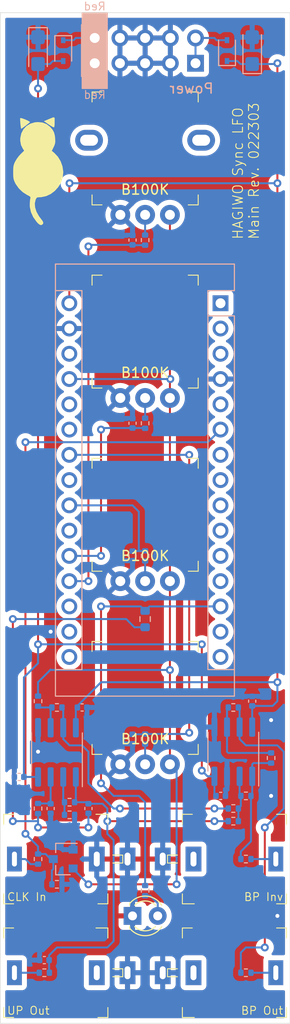
<source format=kicad_pcb>
(kicad_pcb (version 20211014) (generator pcbnew)
  (layers (0 "F.Cu" signal) (31 "B.Cu" signal) (34 "B.Paste" user) (35 "F.Paste" user) (36 "B.SilkS" user "B.Silkscreen") (37 "F.SilkS" user "F.Silkscreen") (38 "B.Mask" user) (39 "F.Mask" user) (44 "Edge.Cuts" user))
  (net 0 "")
  (net 1 "+12V")
  (net 2 "GND")
  (net 3 "D10")
  (net 4 "+5V")
  (net 5 "A5")
  (net 6 "A3")
  (net 7 "D3")
  (net 8 "A1")
  (net 9 "A0")
  (net 10 "Net-(C5-Pad2)")
  (net 11 "Out")
  (net 12 "Net-(C6-Pad2)")
  (net 13 "-12V")
  (net 14 "Net-(D2-Pad2)")
  (net 15 "Net-(D3-Pad2)")
  (net 16 "Net-(D4-Pad1)")
  (net 17 "Net-(J1-PadT)")
  (net 18 "Net-(J2-PadT)")
  (net 19 "Net-(J3-PadT)")
  (net 20 "Net-(J4-PadT)")
  (net 21 "Net-(P1-PadW)")
  (net 22 "Net-(P2-PadW)")
  (net 23 "Net-(P3-PadW)")
  (net 24 "Net-(P4-PadW)")
  (net 25 "Net-(R11-Pad2)")
  (net 26 "Net-(R13-Pad1)")
  (net 27 "Net-(R14-Pad1)")
  (net 28 "-5VA")
  (net 29 "Net-(R17-Pad2)")
  (net 30 "Net-(R19-Pad2)")
  (net 31 "Net-(R19-Pad1)")
  (footprint "LED_THT:LED_D3.0mm" (layer "F.Cu") (at 13.335 90.805)
    (fp_text reference "D2" hide)
    (fp_text value "LED" hide)
    (pad "1" thru_hole rect locked (at 0 0) (size 1.8 1.8) (drill 0.9) (layers *.Cu *.Mask) (net 2 "GND"))
    (pad "2" thru_hole circle locked (at 2.54 0) (size 1.8 1.8) (drill 0.9) (layers *.Cu *.Mask) (net 14 "Net-(D2-Pad2)"))
  )
  (footprint "Connector_Audio_QingPu:Jack_3.5mm_QingPu_WQP-PJ301M-12" (layer "F.Cu") (at 22.86 85.09 -90)
    (fp_text reference "J3" hide)
    (fp_text value "BP Inv" (at 3.81 -5.715 180) (layer "F.SilkS") (effects (font (size 0.8 0.8) (thickness 0.1)) (justify right)))
    (pad "S" thru_hole rect (at 0 6.48 270) (size 2.3 1.6) (drill oval 1.3 0.6) (layers *.Cu *.Mask) (net 2 "GND"))
    (pad "T" thru_hole rect (at 0 -4.92 270) (size 2.5 1.5) (drill oval 1.5 0.5) (layers *.Cu *.Mask) (net 19 "Net-(J3-PadT)"))
    (pad "TN" thru_hole rect (at 0 3.38 270) (size 2.5 1.6) (drill oval 1.5 0.6) (layers *.Cu *.Mask))
  )
  (footprint "Connector_Audio_QingPu:Jack_3.5mm_QingPu_WQP-PJ301M-12" (layer "F.Cu") (at 22.86 96.52 -90)
    (fp_text reference "J4" hide)
    (fp_text value "BP Out" (at 3.81 -5.715 180) (layer "F.SilkS") (effects (font (size 0.8 0.8) (thickness 0.1)) (justify right)))
    (pad "S" thru_hole rect (at 0 6.48 270) (size 2.3 1.6) (drill oval 1.3 0.6) (layers *.Cu *.Mask) (net 2 "GND"))
    (pad "T" thru_hole rect (at 0 -4.92 270) (size 2.5 1.5) (drill oval 1.5 0.5) (layers *.Cu *.Mask) (net 20 "Net-(J4-PadT)"))
    (pad "TN" thru_hole rect (at 0 3.38 270) (size 2.5 1.6) (drill oval 1.5 0.6) (layers *.Cu *.Mask))
  )
  (footprint "Potentiometer_THT_Additional:Potentiometer_AlpsAlpine_RK09L1140_wo_Fix" (layer "F.Cu") (at 14.605 57.15)
    (fp_text reference "P1" hide)
    (fp_text value "B100K" (at 0 -2.54) (layer "F.SilkS"))
    (pad "CCW" thru_hole circle (at -2.5 0) (size 2 2) (drill 1) (layers *.Cu *.Mask) (net 2 "GND"))
    (pad "CW" thru_hole circle (at 2.5 0) (size 2 2) (drill 1) (layers *.Cu *.Mask) (net 4 "+5V"))
    (pad "W" thru_hole circle (at 0 0) (size 2 2) (drill 1) (layers *.Cu *.Mask) (net 21 "Net-(P1-PadW)"))
  )
  (footprint "Potentiometer_THT_Additional:Potentiometer_AlpsAlpine_RK09L1140" (layer "F.Cu") (at 14.605 20.32)
    (fp_text reference "P2" hide)
    (fp_text value "B100K" (at 0 -2.54) (layer "F.SilkS"))
    (pad "" np_thru_hole oval (at 5.65 -7.5) (size 2.8 2.1) (drill oval 1.8 1.1) (layers *.Cu *.Mask))
    (pad "" np_thru_hole oval (at -5.65 -7.5) (size 2.8 2.1) (drill oval 1.8 1.1) (layers *.Cu *.Mask))
    (pad "CCW" thru_hole circle (at -2.5 0) (size 2 2) (drill 1) (layers *.Cu *.Mask) (net 2 "GND"))
    (pad "CW" thru_hole circle (at 2.5 0) (size 2 2) (drill 1) (layers *.Cu *.Mask) (net 4 "+5V"))
    (pad "W" thru_hole circle (at 0 0) (size 2 2) (drill 1) (layers *.Cu *.Mask) (net 22 "Net-(P2-PadW)"))
  )
  (footprint "Potentiometer_THT_Additional:Potentiometer_AlpsAlpine_RK09L1140_wo_Fix" (layer "F.Cu") (at 14.605 38.735)
    (fp_text reference "P3" hide)
    (fp_text value "B100K" (at 0 -2.54) (layer "F.SilkS"))
    (pad "CCW" thru_hole circle (at -2.5 0) (size 2 2) (drill 1) (layers *.Cu *.Mask) (net 2 "GND"))
    (pad "CW" thru_hole circle (at 2.5 0) (size 2 2) (drill 1) (layers *.Cu *.Mask) (net 4 "+5V"))
    (pad "W" thru_hole circle (at 0 0) (size 2 2) (drill 1) (layers *.Cu *.Mask) (net 23 "Net-(P3-PadW)"))
  )
  (footprint "Potentiometer_THT_Additional:Potentiometer_AlpsAlpine_RK09L1140_wo_Fix" (layer "F.Cu") (at 14.605 75.565)
    (fp_text reference "P4" hide)
    (fp_text value "B100K" (at 0 -2.54) (layer "F.SilkS"))
    (pad "CCW" thru_hole circle (at -2.5 0) (size 2 2) (drill 1) (layers *.Cu *.Mask) (net 2 "GND"))
    (pad "CW" thru_hole circle (at 2.5 0) (size 2 2) (drill 1) (layers *.Cu *.Mask) (net 4 "+5V"))
    (pad "W" thru_hole circle (at 0 0) (size 2 2) (drill 1) (layers *.Cu *.Mask) (net 24 "Net-(P4-PadW)"))
  )
  (footprint "Connector_Audio_QingPu:Jack_3.5mm_QingPu_WQP-PJ301M-12" (layer "F.Cu") (at 6.35 85.09 90)
    (fp_text reference "J2" hide)
    (fp_text value "CLK In" (at -3.81 -5.715 180) (layer "F.SilkS") (effects (font (size 0.8 0.8) (thickness 0.1)) (justify left)))
    (pad "S" thru_hole rect (at 0 6.48 90) (size 2.3 1.6) (drill oval 1.3 0.6) (layers *.Cu *.Mask) (net 2 "GND"))
    (pad "T" thru_hole rect (at 0 -4.92 90) (size 2.5 1.5) (drill oval 1.5 0.5) (layers *.Cu *.Mask) (net 18 "Net-(J2-PadT)"))
    (pad "TN" thru_hole rect (at 0 3.38 90) (size 2.5 1.6) (drill oval 1.5 0.6) (layers *.Cu *.Mask) (net 2 "GND"))
  )
  (footprint "Connector_Audio_QingPu:Jack_3.5mm_QingPu_WQP-PJ301M-12" (layer "F.Cu") (at 6.35 96.52 90)
    (fp_text reference "J1" hide)
    (fp_text value "UP Out" (at -3.81 -5.715 180) (layer "F.SilkS") (effects (font (size 0.8 0.8) (thickness 0.1)) (justify left)))
    (pad "S" thru_hole rect (at 0 6.48 90) (size 2.3 1.6) (drill oval 1.3 0.6) (layers *.Cu *.Mask) (net 2 "GND"))
    (pad "T" thru_hole rect (at 0 -4.92 90) (size 2.5 1.5) (drill oval 1.5 0.5) (layers *.Cu *.Mask) (net 17 "Net-(J1-PadT)"))
    (pad "TN" thru_hole rect (at 0 3.38 90) (size 2.5 1.6) (drill oval 1.5 0.6) (layers *.Cu *.Mask))
  )
  (footprint "CATs_Eurosynth_Specials:CATs Tiny" (layer "F.Cu") (at 3.81 15.875)
    (fp_text reference "G***" hide)
    (fp_text value "LOGO" hide)
  )
  (footprint "Module:Arduino_Nano" (layer "B.Cu") (at 22.205 29.21 180)
    (fp_text reference "A1" hide)
    (fp_text value "Arduino_Nano_v3.x" hide)
    (pad "1" thru_hole rect locked (at 0 0 180) (size 1.6 1.6) (drill 1) (layers *.Cu *.Mask))
    (pad "2" thru_hole oval locked (at 0 -2.54 180) (size 1.6 1.6) (drill 1) (layers *.Cu *.Mask))
    (pad "3" thru_hole oval locked (at 0 -5.08 180) (size 1.6 1.6) (drill 1) (layers *.Cu *.Mask))
    (pad "4" thru_hole oval locked (at 0 -7.62 180) (size 1.6 1.6) (drill 1) (layers *.Cu *.Mask) (net 2 "GND"))
    (pad "5" thru_hole oval locked (at 0 -10.16 180) (size 1.6 1.6) (drill 1) (layers *.Cu *.Mask))
    (pad "6" thru_hole oval locked (at 0 -12.7 180) (size 1.6 1.6) (drill 1) (layers *.Cu *.Mask) (net 7 "D3"))
    (pad "7" thru_hole oval locked (at 0 -15.24 180) (size 1.6 1.6) (drill 1) (layers *.Cu *.Mask))
    (pad "8" thru_hole oval locked (at 0 -17.78 180) (size 1.6 1.6) (drill 1) (layers *.Cu *.Mask))
    (pad "9" thru_hole oval locked (at 0 -20.32 180) (size 1.6 1.6) (drill 1) (layers *.Cu *.Mask))
    (pad "10" thru_hole oval locked (at 0 -22.86 180) (size 1.6 1.6) (drill 1) (layers *.Cu *.Mask))
    (pad "11" thru_hole oval locked (at 0 -25.4 180) (size 1.6 1.6) (drill 1) (layers *.Cu *.Mask))
    (pad "12" thru_hole oval locked (at 0 -27.94 180) (size 1.6 1.6) (drill 1) (layers *.Cu *.Mask))
    (pad "13" thru_hole oval locked (at 0 -30.48 180) (size 1.6 1.6) (drill 1) (layers *.Cu *.Mask) (net 3 "D10"))
    (pad "14" thru_hole oval locked (at 0 -33.02 180) (size 1.6 1.6) (drill 1) (layers *.Cu *.Mask))
    (pad "15" thru_hole oval locked (at 0 -35.56 180) (size 1.6 1.6) (drill 1) (layers *.Cu *.Mask))
    (pad "16" thru_hole oval locked (at 15.24 -35.56 180) (size 1.6 1.6) (drill 1) (layers *.Cu *.Mask))
    (pad "17" thru_hole oval locked (at 15.24 -33.02 180) (size 1.6 1.6) (drill 1) (layers *.Cu *.Mask))
    (pad "18" thru_hole oval locked (at 15.24 -30.48 180) (size 1.6 1.6) (drill 1) (layers *.Cu *.Mask))
    (pad "19" thru_hole oval locked (at 15.24 -27.94 180) (size 1.6 1.6) (drill 1) (layers *.Cu *.Mask) (net 9 "A0"))
    (pad "20" thru_hole oval locked (at 15.24 -25.4 180) (size 1.6 1.6) (drill 1) (layers *.Cu *.Mask) (net 8 "A1"))
    (pad "21" thru_hole oval locked (at 15.24 -22.86 180) (size 1.6 1.6) (drill 1) (layers *.Cu *.Mask))
    (pad "22" thru_hole oval locked (at 15.24 -20.32 180) (size 1.6 1.6) (drill 1) (layers *.Cu *.Mask) (net 6 "A3"))
    (pad "23" thru_hole oval locked (at 15.24 -17.78 180) (size 1.6 1.6) (drill 1) (layers *.Cu *.Mask))
    (pad "24" thru_hole oval locked (at 15.24 -15.24 180) (size 1.6 1.6) (drill 1) (layers *.Cu *.Mask) (net 5 "A5"))
    (pad "25" thru_hole oval locked (at 15.24 -12.7 180) (size 1.6 1.6) (drill 1) (layers *.Cu *.Mask))
    (pad "26" thru_hole oval locked (at 15.24 -10.16 180) (size 1.6 1.6) (drill 1) (layers *.Cu *.Mask))
    (pad "27" thru_hole oval locked (at 15.24 -7.62 180) (size 1.6 1.6) (drill 1) (layers *.Cu *.Mask) (net 4 "+5V"))
    (pad "28" thru_hole oval locked (at 15.24 -5.08 180) (size 1.6 1.6) (drill 1) (layers *.Cu *.Mask))
    (pad "29" thru_hole oval locked (at 15.24 -2.54 180) (size 1.6 1.6) (drill 1) (layers *.Cu *.Mask) (net 2 "GND"))
    (pad "30" thru_hole oval locked (at 15.24 0 180) (size 1.6 1.6) (drill 1) (layers *.Cu *.Mask) (net 1 "+12V"))
  )
  (footprint "Capacitor_SMD:C_0402_1005Metric" (layer "B.Cu") (at 13.335 54.61 -90)
    (fp_text reference "C1" hide)
    (fp_text value "220p" hide)
    (pad "1" smd roundrect locked (at -0.48 0 270) (size 0.56 0.62) (layers "B.Cu" "B.Paste" "B.Mask") (net 6 "A3"))
    (pad "2" smd roundrect locked (at 0.48 0 270) (size 0.56 0.62) (layers "B.Cu" "B.Paste" "B.Mask") (net 2 "GND"))
  )
  (footprint "Capacitor_SMD:C_0402_1005Metric" (layer "B.Cu") (at 13.335 22.86 90)
    (fp_text reference "C2" hide)
    (fp_text value "220p" hide)
    (pad "1" smd roundrect locked (at -0.48 0 90) (size 0.56 0.62) (layers "B.Cu" "B.Paste" "B.Mask") (net 9 "A0"))
    (pad "2" smd roundrect locked (at 0.48 0 90) (size 0.56 0.62) (layers "B.Cu" "B.Paste" "B.Mask") (net 2 "GND"))
  )
  (footprint "Capacitor_SMD:C_0402_1005Metric" (layer "B.Cu") (at 13.335 41.275 90)
    (fp_text reference "C3" hide)
    (fp_text value "220p" hide)
    (pad "1" smd roundrect locked (at -0.48 0 90) (size 0.56 0.62) (layers "B.Cu" "B.Paste" "B.Mask") (net 8 "A1"))
    (pad "2" smd roundrect locked (at 0.48 0 90) (size 0.56 0.62) (layers "B.Cu" "B.Paste" "B.Mask") (net 2 "GND"))
  )
  (footprint "Capacitor_SMD:C_0402_1005Metric" (layer "B.Cu") (at 13.335 73.025 -90)
    (fp_text reference "C4" hide)
    (fp_text value "220p" hide)
    (pad "1" smd roundrect locked (at -0.48 0 270) (size 0.56 0.62) (layers "B.Cu" "B.Paste" "B.Mask") (net 5 "A5"))
    (pad "2" smd roundrect locked (at 0.48 0 270) (size 0.56 0.62) (layers "B.Cu" "B.Paste" "B.Mask") (net 2 "GND"))
  )
  (footprint "Capacitor_SMD:C_0402_1005Metric" (layer "B.Cu") (at 8.89 80.01 -90)
    (fp_text reference "C5" hide)
    (fp_text value "6.8n" hide)
    (pad "1" smd roundrect locked (at -0.48 0 270) (size 0.56 0.62) (layers "B.Cu" "B.Paste" "B.Mask") (net 11 "Out"))
    (pad "2" smd roundrect locked (at 0.48 0 270) (size 0.56 0.62) (layers "B.Cu" "B.Paste" "B.Mask") (net 10 "Net-(C5-Pad2)"))
  )
  (footprint "Capacitor_SMD:C_0402_1005Metric" (layer "B.Cu") (at 5.08 80.01 90)
    (fp_text reference "C6" hide)
    (fp_text value "10n" hide)
    (pad "1" smd roundrect locked (at -0.48 0 90) (size 0.56 0.62) (layers "B.Cu" "B.Paste" "B.Mask") (net 2 "GND"))
    (pad "2" smd roundrect locked (at 0.48 0 90) (size 0.56 0.62) (layers "B.Cu" "B.Paste" "B.Mask") (net 12 "Net-(C6-Pad2)"))
  )
  (footprint "Capacitor_SMD:C_0402_1005Metric" (layer "B.Cu") (at 4.445 95.25)
    (fp_text reference "C7" hide)
    (fp_text value "100n" hide)
    (pad "1" smd roundrect locked (at -0.48 0) (size 0.56 0.62) (layers "B.Cu" "B.Paste" "B.Mask") (net 2 "GND"))
    (pad "2" smd roundrect locked (at 0.48 0) (size 0.56 0.62) (layers "B.Cu" "B.Paste" "B.Mask") (net 11 "Out"))
  )
  (footprint "Capacitor_Tantalum_SMD:CP_EIA-3216-18_Kemet-A" (layer "B.Cu") (at 25.4 3.81 90)
    (fp_text reference "C8" hide)
    (fp_text value "10u" hide)
    (pad "1" smd roundrect locked (at -1.35 0 90) (size 1.4 1.35) (layers "B.Cu" "B.Paste" "B.Mask") (roundrect_rratio 0.1851844444) (net 1 "+12V"))
    (pad "2" smd roundrect locked (at 1.35 0 90) (size 1.4 1.35) (layers "B.Cu" "B.Paste" "B.Mask") (roundrect_rratio 0.1851844444) (net 2 "GND"))
  )
  (footprint "Capacitor_SMD:C_0402_1005Metric" (layer "B.Cu") (at 25.4 69.215 -90)
    (fp_text reference "C9" hide)
    (fp_text value "100n" hide)
    (pad "1" smd roundrect locked (at -0.48 0 270) (size 0.56 0.62) (layers "B.Cu" "B.Paste" "B.Mask") (net 2 "GND"))
    (pad "2" smd roundrect locked (at 0.48 0 270) (size 0.56 0.62) (layers "B.Cu" "B.Paste" "B.Mask") (net 1 "+12V"))
  )
  (footprint "Capacitor_SMD:C_0402_1005Metric" (layer "B.Cu") (at 8.255 69.85 180)
    (fp_text reference "C10" hide)
    (fp_text value "100n" hide)
    (pad "1" smd roundrect locked (at -0.48 0 180) (size 0.56 0.62) (layers "B.Cu" "B.Paste" "B.Mask") (net 2 "GND"))
    (pad "2" smd roundrect locked (at 0.48 0 180) (size 0.56 0.62) (layers "B.Cu" "B.Paste" "B.Mask") (net 1 "+12V"))
  )
  (footprint "Capacitor_Tantalum_SMD:CP_EIA-3216-18_Kemet-A" (layer "B.Cu") (at 3.81 3.81 -90)
    (fp_text reference "C11" hide)
    (fp_text value "10u" hide)
    (pad "1" smd roundrect locked (at -1.35 0 270) (size 1.4 1.35) (layers "B.Cu" "B.Paste" "B.Mask") (roundrect_rratio 0.1851844444) (net 2 "GND"))
    (pad "2" smd roundrect locked (at 1.35 0 270) (size 1.4 1.35) (layers "B.Cu" "B.Paste" "B.Mask") (roundrect_rratio 0.1851844444) (net 13 "-12V"))
  )
  (footprint "Capacitor_SMD:C_0402_1005Metric" (layer "B.Cu") (at 1.905 76.835 180)
    (fp_text reference "C12" hide)
    (fp_text value "100n" hide)
    (pad "1" smd roundrect locked (at -0.48 0 180) (size 0.56 0.62) (layers "B.Cu" "B.Paste" "B.Mask") (net 13 "-12V"))
    (pad "2" smd roundrect locked (at 0.48 0 180) (size 0.56 0.62) (layers "B.Cu" "B.Paste" "B.Mask") (net 2 "GND"))
  )
  (footprint "Capacitor_SMD:C_0402_1005Metric" (layer "B.Cu") (at 22.225 78.74)
    (fp_text reference "C13" hide)
    (fp_text value "100n" hide)
    (pad "1" smd roundrect locked (at -0.48 0) (size 0.56 0.62) (layers "B.Cu" "B.Paste" "B.Mask") (net 13 "-12V"))
    (pad "2" smd roundrect locked (at 0.48 0) (size 0.56 0.62) (layers "B.Cu" "B.Paste" "B.Mask") (net 2 "GND"))
  )
  (footprint "Package_TO_SOT_SMD:SOT-23" (layer "B.Cu") (at 6.35 85.09 180)
    (fp_text reference "D1" hide)
    (fp_text value "BAV99,215" hide)
    (pad "1" smd rect locked (at -1 0.95 180) (size 0.9 0.8) (layers "B.Cu" "B.Paste" "B.Mask") (net 2 "GND"))
    (pad "2" smd rect locked (at -1 -0.95 180) (size 0.9 0.8) (layers "B.Cu" "B.Paste" "B.Mask") (net 4 "+5V"))
    (pad "3" smd rect locked (at 1 0 180) (size 0.9 0.8) (layers "B.Cu" "B.Paste" "B.Mask") (net 7 "D3"))
  )
  (footprint "Diode_SMD:D_SOD-323" (layer "B.Cu") (at 22.86 3.81 90)
    (fp_text reference "D3" hide)
    (fp_text value "1N5819" hide)
    (pad "1" smd rect locked (at -1.05 0 90) (size 0.6 0.45) (layers "B.Cu" "B.Paste" "B.Mask") (net 1 "+12V"))
    (pad "2" smd rect locked (at 1.05 0 90) (size 0.6 0.45) (layers "B.Cu" "B.Paste" "B.Mask") (net 15 "Net-(D3-Pad2)"))
  )
  (footprint "Diode_SMD:D_SOD-323" (layer "B.Cu") (at 6.35 3.81 -90)
    (fp_text reference "D4" hide)
    (fp_text value "1N5819" hide)
    (pad "1" smd rect locked (at -1.05 0 270) (size 0.6 0.45) (layers "B.Cu" "B.Paste" "B.Mask") (net 16 "Net-(D4-Pad1)"))
    (pad "2" smd rect locked (at 1.05 0 270) (size 0.6 0.45) (layers "B.Cu" "B.Paste" "B.Mask") (net 13 "-12V"))
  )
  (footprint "CATs_Eurosynth_Specials:Power_2x5_Vertical" (layer "B.Cu") (at 19.685 5.08 90)
    (fp_text reference "J5" hide)
    (fp_text value "Power" (at -2.54 1.905 180) (layer "B.SilkS") (effects (justify left mirror)))
    (fp_text user "Red" (at -3.175 -10.16 180) (layer "B.SilkS") (effects (font (size 0.8 0.8) (thickness 0.1)) (justify mirror)))
    (fp_text user "Red" (at 5.715 -10.16 180) (layer "B.SilkS") (effects (font (size 0.8 0.8) (thickness 0.1)) (justify mirror)))
    (pad "+12V" thru_hole oval locked (at 2.54 0 90) (size 1.7 1.7) (drill 1) (layers *.Cu *.Mask) (net 15 "Net-(D3-Pad2)"))
    (pad "+12V" thru_hole rect locked (at 0 0 90) (size 1.7 1.7) (drill 1) (layers *.Cu *.Mask) (net 15 "Net-(D3-Pad2)"))
    (pad "-12V" thru_hole oval locked (at 0 -10.16 90) (size 1.7 1.7) (drill 1) (layers *.Cu *.Mask) (net 16 "Net-(D4-Pad1)"))
    (pad "-12V" thru_hole oval locked (at 2.54 -10.16 90) (size 1.7 1.7) (drill 1) (layers *.Cu *.Mask) (net 16 "Net-(D4-Pad1)"))
    (pad "GND" thru_hole oval locked (at 0 -7.62 90) (size 1.7 1.7) (drill 1) (layers *.Cu *.Mask) (net 2 "GND"))
    (pad "GND" thru_hole oval locked (at 0 -5.08 90) (size 1.7 1.7) (drill 1) (layers *.Cu *.Mask) (net 2 "GND"))
    (pad "GND" thru_hole oval locked (at 2.54 -7.62 90) (size 1.7 1.7) (drill 1) (layers *.Cu *.Mask) (net 2 "GND"))
    (pad "GND" thru_hole oval locked (at 0 -2.54 90) (size 1.7 1.7) (drill 1) (layers *.Cu *.Mask) (net 2 "GND"))
    (pad "GND" thru_hole oval locked (at 2.54 -2.54 90) (size 1.7 1.7) (drill 1) (layers *.Cu *.Mask) (net 2 "GND"))
    (pad "GND" thru_hole oval locked (at 2.54 -5.08 90) (size 1.7 1.7) (drill 1) (layers *.Cu *.Mask) (net 2 "GND"))
  )
  (footprint "Resistor_SMD:R_0402_1005Metric" (layer "B.Cu") (at 14.605 22.86 90)
    (fp_text reference "R2" hide)
    (fp_text value "470R" hide)
    (pad "1" smd roundrect locked (at -0.51 0 90) (size 0.54 0.64) (layers "B.Cu" "B.Paste" "B.Mask") (net 9 "A0"))
    (pad "2" smd roundrect locked (at 0.51 0 90) (size 0.54 0.64) (layers "B.Cu" "B.Paste" "B.Mask") (net 22 "Net-(P2-PadW)"))
  )
  (footprint "Resistor_SMD:R_0402_1005Metric" (layer "B.Cu") (at 14.605 41.275 90)
    (fp_text reference "R3" hide)
    (fp_text value "470R" hide)
    (pad "1" smd roundrect locked (at -0.51 0 90) (size 0.54 0.64) (layers "B.Cu" "B.Paste" "B.Mask") (net 8 "A1"))
    (pad "2" smd roundrect locked (at 0.51 0 90) (size 0.54 0.64) (layers "B.Cu" "B.Paste" "B.Mask") (net 23 "Net-(P3-PadW)"))
  )
  (footprint "Resistor_SMD:R_0402_1005Metric" (layer "B.Cu") (at 14.605 73.025 -90)
    (fp_text reference "R4" hide)
    (fp_text value "470R" hide)
    (pad "1" smd roundrect locked (at -0.51 0 270) (size 0.54 0.64) (layers "B.Cu" "B.Paste" "B.Mask") (net 5 "A5"))
    (pad "2" smd roundrect locked (at 0.51 0 270) (size 0.54 0.64) (layers "B.Cu" "B.Paste" "B.Mask") (net 24 "Net-(P4-PadW)"))
  )
  (footprint "Resistor_SMD:R_0603_1608Metric" (layer "B.Cu") (at 14.605 60.96 90)
    (fp_text reference "R5" hide)
    (fp_text value "13k" hide)
    (pad "1" smd roundrect locked (at -0.825 0 90) (size 0.8 0.95) (layers "B.Cu" "B.Paste" "B.Mask") (net 10 "Net-(C5-Pad2)"))
    (pad "2" smd roundrect locked (at 0.825 0 90) (size 0.8 0.95) (layers "B.Cu" "B.Paste" "B.Mask") (net 3 "D10"))
  )
  (footprint "Resistor_SMD:R_0402_1005Metric" (layer "B.Cu") (at 3.81 80.01 -90)
    (fp_text reference "R6" hide)
    (fp_text value "27k" hide)
    (pad "1" smd roundrect locked (at -0.51 0 270) (size 0.54 0.64) (layers "B.Cu" "B.Paste" "B.Mask") (net 12 "Net-(C6-Pad2)"))
    (pad "2" smd roundrect locked (at 0.51 0 270) (size 0.54 0.64) (layers "B.Cu" "B.Paste" "B.Mask") (net 10 "Net-(C5-Pad2)"))
  )
  (footprint "Resistor_SMD:R_0402_1005Metric" (layer "B.Cu") (at 4.445 96.52)
    (fp_text reference "R7" hide)
    (fp_text value "1k" hide)
    (pad "1" smd roundrect locked (at -0.51 0) (size 0.54 0.64) (layers "B.Cu" "B.Paste" "B.Mask") (net 17 "Net-(J1-PadT)"))
    (pad "2" smd roundrect locked (at 0.51 0) (size 0.54 0.64) (layers "B.Cu" "B.Paste" "B.Mask") (net 11 "Out"))
  )
  (footprint "Resistor_SMD:R_0402_1005Metric" (layer "B.Cu") (at 14.605 88.265 90)
    (fp_text reference "R8" hide)
    (fp_text value "300R" hide)
    (pad "1" smd roundrect locked (at -0.51 0 90) (size 0.54 0.64) (layers "B.Cu" "B.Paste" "B.Mask") (net 14 "Net-(D2-Pad2)"))
    (pad "2" smd roundrect locked (at 0.51 0 90) (size 0.54 0.64) (layers "B.Cu" "B.Paste" "B.Mask") (net 3 "D10"))
  )
  (footprint "Resistor_SMD:R_0402_1005Metric" (layer "B.Cu") (at 6.985 79.375 180)
    (fp_text reference "R9" hide)
    (fp_text value "10k" hide)
    (pad "1" smd roundrect locked (at -0.51 0 180) (size 0.54 0.64) (layers "B.Cu" "B.Paste" "B.Mask") (net 11 "Out"))
    (pad "2" smd roundrect locked (at 0.51 0 180) (size 0.54 0.64) (layers "B.Cu" "B.Paste" "B.Mask") (net 25 "Net-(R11-Pad2)"))
  )
  (footprint "Resistor_SMD:R_0402_1005Metric" (layer "B.Cu") (at 3.81 85.09 -90)
    (fp_text reference "R10" hide)
    (fp_text value "1k" hide)
    (pad "1" smd roundrect locked (at -0.51 0 270) (size 0.54 0.64) (layers "B.Cu" "B.Paste" "B.Mask") (net 7 "D3"))
    (pad "2" smd roundrect locked (at 0.51 0 270) (size 0.54 0.64) (layers "B.Cu" "B.Paste" "B.Mask") (net 18 "Net-(J2-PadT)"))
  )
  (footprint "Resistor_SMD:R_0402_1005Metric" (layer "B.Cu") (at 5.715 87.63 180)
    (fp_text reference "R12" hide)
    (fp_text value "100k" hide)
    (pad "1" smd roundrect locked (at -0.51 0 180) (size 0.54 0.64) (layers "B.Cu" "B.Paste" "B.Mask") (net 2 "GND"))
    (pad "2" smd roundrect locked (at 0.51 0 180) (size 0.54 0.64) (layers "B.Cu" "B.Paste" "B.Mask") (net 7 "D3"))
  )
  (footprint "Resistor_SMD:R_0402_1005Metric" (layer "B.Cu") (at 23.495 81.28 180)
    (fp_text reference "R13" hide)
    (fp_text value "10k" hide)
    (pad "1" smd roundrect locked (at -0.51 0 180) (size 0.54 0.64) (layers "B.Cu" "B.Paste" "B.Mask") (net 26 "Net-(R13-Pad1)"))
    (pad "2" smd roundrect locked (at 0.51 0 180) (size 0.54 0.64) (layers "B.Cu" "B.Paste" "B.Mask") (net 11 "Out"))
  )
  (footprint "Resistor_SMD:R_0402_1005Metric" (layer "B.Cu") (at 24.765 78.74 180)
    (fp_text reference "R14" hide)
    (fp_text value "10k" hide)
    (pad "1" smd roundrect locked (at -0.51 0 180) (size 0.54 0.64) (layers "B.Cu" "B.Paste" "B.Mask") (net 27 "Net-(R14-Pad1)"))
    (pad "2" smd roundrect locked (at 0.51 0 180) (size 0.54 0.64) (layers "B.Cu" "B.Paste" "B.Mask") (net 26 "Net-(R13-Pad1)"))
  )
  (footprint "Resistor_SMD:R_0402_1005Metric" (layer "B.Cu") (at 23.495 80.01 180)
    (fp_text reference "R15" hide)
    (fp_text value "10k" hide)
    (pad "1" smd roundrect locked (at -0.51 0 180) (size 0.54 0.64) (layers "B.Cu" "B.Paste" "B.Mask") (net 26 "Net-(R13-Pad1)"))
    (pad "2" smd roundrect locked (at 0.51 0 180) (size 0.54 0.64) (layers "B.Cu" "B.Paste" "B.Mask") (net 28 "-5VA"))
  )
  (footprint "Resistor_SMD:R_0402_1005Metric" (layer "B.Cu") (at 24.765 85.09 180)
    (fp_text reference "R16" hide)
    (fp_text value "1k" hide)
    (pad "1" smd roundrect locked (at -0.51 0 180) (size 0.54 0.64) (layers "B.Cu" "B.Paste" "B.Mask") (net 19 "Net-(J3-PadT)"))
    (pad "2" smd roundrect locked (at 0.51 0 180) (size 0.54 0.64) (layers "B.Cu" "B.Paste" "B.Mask") (net 27 "Net-(R14-Pad1)"))
  )
  (footprint "Resistor_SMD:R_0402_1005Metric" (layer "B.Cu") (at 5.715 69.85 180)
    (fp_text reference "R17" hide)
    (fp_text value "10k" hide)
    (pad "1" smd roundrect locked (at -0.51 0 180) (size 0.54 0.64) (layers "B.Cu" "B.Paste" "B.Mask") (net 28 "-5VA"))
    (pad "2" smd roundrect locked (at 0.51 0 180) (size 0.54 0.64) (layers "B.Cu" "B.Paste" "B.Mask") (net 29 "Net-(R17-Pad2)"))
  )
  (footprint "Resistor_SMD:R_0402_1005Metric" (layer "B.Cu") (at 3.81 69.215 90)
    (fp_text reference "R18" hide)
    (fp_text value "10k" hide)
    (pad "1" smd roundrect locked (at -0.51 0 90) (size 0.54 0.64) (layers "B.Cu" "B.Paste" "B.Mask") (net 29 "Net-(R17-Pad2)"))
    (pad "2" smd roundrect locked (at 0.51 0 90) (size 0.54 0.64) (layers "B.Cu" "B.Paste" "B.Mask") (net 4 "+5V"))
  )
  (footprint "Resistor_SMD:R_0402_1005Metric" (layer "B.Cu") (at 23.495 69.85 180)
    (fp_text reference "R19" hide)
    (fp_text value "10k" hide)
    (pad "1" smd roundrect locked (at -0.51 0 180) (size 0.54 0.64) (layers "B.Cu" "B.Paste" "B.Mask") (net 31 "Net-(R19-Pad1)"))
    (pad "2" smd roundrect locked (at 0.51 0 180) (size 0.54 0.64) (layers "B.Cu" "B.Paste" "B.Mask") (net 30 "Net-(R19-Pad2)"))
  )
  (footprint "Resistor_SMD:R_0402_1005Metric" (layer "B.Cu") (at 27.305 74.93 -90)
    (fp_text reference "R20" hide)
    (fp_text value "10k" hide)
    (pad "1" smd roundrect locked (at -0.51 0 270) (size 0.54 0.64) (layers "B.Cu" "B.Paste" "B.Mask") (net 30 "Net-(R19-Pad2)"))
    (pad "2" smd roundrect locked (at 0.51 0 270) (size 0.54 0.64) (layers "B.Cu" "B.Paste" "B.Mask") (net 27 "Net-(R14-Pad1)"))
  )
  (footprint "Package_SO:SOIC-8_3.9x4.9mm_P1.27mm" (layer "B.Cu") (at 5.715 74.36 90)
    (fp_text reference "U1" hide)
    (fp_text value "TL072" hide)
    (pad "1" smd roundrect locked (at -2.475 1.905 90) (size 1.95 0.6) (layers "B.Cu" "B.Paste" "B.Mask") (net 11 "Out"))
    (pad "2" smd roundrect locked (at -2.475 0.635 90) (size 1.95 0.6) (layers "B.Cu" "B.Paste" "B.Mask") (net 25 "Net-(R11-Pad2)"))
    (pad "3" smd roundrect locked (at -2.475 -0.635 90) (size 1.95 0.6) (layers "B.Cu" "B.Paste" "B.Mask") (net 12 "Net-(C6-Pad2)"))
    (pad "4" smd roundrect locked (at -2.475 -1.905 90) (size 1.95 0.6) (layers "B.Cu" "B.Paste" "B.Mask") (net 13 "-12V"))
    (pad "5" smd roundrect locked (at 2.475 -1.905 90) (size 1.95 0.6) (layers "B.Cu" "B.Paste" "B.Mask") (net 2 "GND"))
    (pad "6" smd roundrect locked (at 2.475 -0.635 90) (size 1.95 0.6) (layers "B.Cu" "B.Paste" "B.Mask") (net 29 "Net-(R17-Pad2)"))
    (pad "7" smd roundrect locked (at 2.475 0.635 90) (size 1.95 0.6) (layers "B.Cu" "B.Paste" "B.Mask") (net 28 "-5VA"))
    (pad "8" smd roundrect locked (at 2.475 1.905 90) (size 1.95 0.6) (layers "B.Cu" "B.Paste" "B.Mask") (net 1 "+12V"))
  )
  (footprint "Package_SO:SOIC-8_3.9x4.9mm_P1.27mm" (layer "B.Cu") (at 23.495 74.295 90)
    (fp_text reference "U2" hide)
    (fp_text value "TL072" hide)
    (pad "1" smd roundrect locked (at -2.475 1.905 90) (size 1.95 0.6) (layers "B.Cu" "B.Paste" "B.Mask") (net 27 "Net-(R14-Pad1)"))
    (pad "2" smd roundrect locked (at -2.475 0.635 90) (size 1.95 0.6) (layers "B.Cu" "B.Paste" "B.Mask") (net 26 "Net-(R13-Pad1)"))
    (pad "3" smd roundrect locked (at -2.475 -0.635 90) (size 1.95 0.6) (layers "B.Cu" "B.Paste" "B.Mask") (net 2 "GND"))
    (pad "4" smd roundrect locked (at -2.475 -1.905 90) (size 1.95 0.6) (layers "B.Cu" "B.Paste" "B.Mask") (net 13 "-12V"))
    (pad "5" smd roundrect locked (at 2.475 -1.905 90) (size 1.95 0.6) (layers "B.Cu" "B.Paste" "B.Mask") (net 2 "GND"))
    (pad "6" smd roundrect locked (at 2.475 -0.635 90) (size 1.95 0.6) (layers "B.Cu" "B.Paste" "B.Mask") (net 30 "Net-(R19-Pad2)"))
    (pad "7" smd roundrect locked (at 2.475 0.635 90) (size 1.95 0.6) (layers "B.Cu" "B.Paste" "B.Mask") (net 31 "Net-(R19-Pad1)"))
    (pad "8" smd roundrect locked (at 2.475 1.905 90) (size 1.95 0.6) (layers "B.Cu" "B.Paste" "B.Mask") (net 1 "+12V"))
  )
  (footprint "Resistor_SMD:R_0402_1005Metric" (layer "B.Cu") (at 14.605 54.61 -90)
    (fp_text reference "R1" hide)
    (fp_text value "470R" hide)
    (pad "1" smd roundrect locked (at -0.51 0 270) (size 0.54 0.64) (layers "B.Cu" "B.Paste" "B.Mask") (net 6 "A3"))
    (pad "2" smd roundrect locked (at 0.51 0 270) (size 0.54 0.64) (layers "B.Cu" "B.Paste" "B.Mask") (net 21 "Net-(P1-PadW)"))
  )
  (footprint "Resistor_SMD:R_0402_1005Metric" (layer "B.Cu") (at 24.765 96.52 180)
    (fp_text reference "R21" hide)
    (fp_text value "1k" hide)
    (pad "1" smd roundrect locked (at -0.51 0 180) (size 0.54 0.64) (layers "B.Cu" "B.Paste" "B.Mask") (net 20 "Net-(J4-PadT)"))
    (pad "2" smd roundrect locked (at 0.51 0 180) (size 0.54 0.64) (layers "B.Cu" "B.Paste" "B.Mask") (net 31 "Net-(R19-Pad1)"))
  )
  (footprint "Resistor_SMD:R_0402_1005Metric" (layer "B.Cu") (at 6.985 80.645 180)
    (fp_text reference "R11" hide)
    (fp_text value "10k" hide)
    (pad "1" smd roundrect locked (at -0.51 0 180) (size 0.54 0.64) (layers "B.Cu" "B.Paste" "B.Mask") (net 2 "GND"))
    (pad "2" smd roundrect locked (at 0.51 0 180) (size 0.54 0.64) (layers "B.Cu" "B.Paste" "B.Mask") (net 25 "Net-(R11-Pad2)"))
  )
  (gr_line (start 0 101.6) (end 0 0) (layer "Edge.Cuts") (width 0.05))
  (gr_line (start 29.21 0) (end 29.21 101.6) (layer "Edge.Cuts") (width 0.05))
  (gr_line (start 29.21 101.6) (end 0 101.6) (layer "Edge.Cuts") (width 0.05))
  (gr_line (start 0 0) (end 29.21 0) (layer "Edge.Cuts") (width 0.05))
  (gr_text "HAGIWO Sync LFO\nMain Rev. 022303" (at 24.765 22.86 90) (layer "F.SilkS") (effects (font (size 1 1) (thickness 0.1)) (justify left)))
  (segment (start 27.94 5.08) (end 27.94 5.08) (width 0.2) (layer "F.Cu") (net 1))
  (segment (start 6.985 17.145) (end 6.965 17.165) (width 0.2) (layer "F.Cu") (net 1))
  (segment (start 27.94 17.145) (end 27.94 5.08) (width 0.2) (layer "F.Cu") (net 1))
  (segment (start 6.965 17.165) (end 6.965 29.21) (width 0.2) (layer "F.Cu") (net 1))
  (segment (start 27.94 67.31) (end 27.94 17.145) (width 0.2) (layer "F.Cu") (net 1))
  (via (at 27.94 5.08) (size 0.8) (drill 0.4) (layers "F.Cu" "B.Cu") (net 1))
  (via (at 27.94 17.145) (size 0.8) (drill 0.4) (layers "F.Cu" "B.Cu") (net 1))
  (via (at 27.94 67.31) (size 0.8) (drill 0.4) (layers "F.Cu" "B.Cu") (net 1))
  (via (at 6.985 17.145) (size 0.8) (drill 0.4) (layers "F.Cu" "B.Cu") (net 1))
  (segment (start 27.94 67.31) (end 27.94 67.31) (width 0.2) (layer "B.Cu") (net 1))
  (segment (start 10.16 67.31) (end 22.225 67.31) (width 0.2) (layer "B.Cu") (net 1))
  (segment (start 7.775 69.695) (end 10.16 67.31) (width 0.2) (layer "B.Cu") (net 1))
  (segment (start 25.4 5.16) (end 27.86 5.16) (width 0.2) (layer "B.Cu") (net 1))
  (segment (start 27.94 69.215) (end 27.94 67.31) (width 0.2) (layer "B.Cu") (net 1))
  (segment (start 7.62 70.005) (end 7.775 69.85) (width 0.2) (layer "B.Cu") (net 1))
  (segment (start 22.225 67.31) (end 27.94 67.31) (width 0.2) (layer "B.Cu") (net 1))
  (segment (start 27.86 5.16) (end 27.94 5.08) (width 0.2) (layer "B.Cu") (net 1))
  (segment (start 22.86 4.86) (end 23.91 4.86) (width 0.2) (layer "B.Cu") (net 1))
  (segment (start 25.4 71.82) (end 25.4 69.695) (width 0.2) (layer "B.Cu") (net 1))
  (segment (start 24.21 5.16) (end 25.4 5.16) (width 0.2) (layer "B.Cu") (net 1))
  (segment (start 7.775 69.85) (end 7.775 69.695) (width 0.2) (layer "B.Cu") (net 1))
  (segment (start 23.91 4.86) (end 24.21 5.16) (width 0.2) (layer "B.Cu") (net 1))
  (segment (start 7.62 71.885) (end 7.62 70.005) (width 0.2) (layer "B.Cu") (net 1))
  (segment (start 27.46 69.695) (end 27.94 69.215) (width 0.2) (layer "B.Cu") (net 1))
  (segment (start 27.94 17.145) (end 6.985 17.145) (width 0.2) (layer "B.Cu") (net 1))
  (segment (start 25.4 69.695) (end 27.46 69.695) (width 0.2) (layer "B.Cu") (net 1))
  (via (at 27.305 78.74) (size 0.8) (drill 0.4) (layers "F.Cu" "B.Cu") (net 2))
  (via (at 27.94 90.805) (size 0.8) (drill 0.4) (layers "F.Cu" "B.Cu") (net 2))
  (via (at 5.08 62.23) (size 0.8) (drill 0.4) (layers "F.Cu" "B.Cu") (net 2))
  (via (at 3.81 74.295) (size 0.8) (drill 0.4) (layers "F.Cu" "B.Cu") (net 2))
  (via (at 27.305 71.12) (size 0.8) (drill 0.4) (layers "F.Cu" "B.Cu") (net 2))
  (segment (start 22.86 76.77) (end 22.86 78.585) (width 0.2) (layer "B.Cu") (net 2))
  (segment (start 22.86 78.585) (end 22.705 78.74) (width 0.2) (layer "B.Cu") (net 2))
  (segment (start 10.16 59.69) (end 10.16 77.47) (width 0.2) (layer "F.Cu") (net 3))
  (via (at 10.16 59.69) (size 0.8) (drill 0.4) (layers "F.Cu" "B.Cu") (net 3))
  (via (at 10.16 77.47) (size 0.8) (drill 0.4) (layers "F.Cu" "B.Cu") (net 3))
  (segment (start 10.16 77.47) (end 10.16 77.47) (width 0.2) (layer "B.Cu") (net 3))
  (segment (start 15.05 59.69) (end 14.605 60.135) (width 0.2) (layer "B.Cu") (net 3))
  (segment (start 14.605 79.375) (end 13.97 78.74) (width 0.2) (layer "B.Cu") (net 3))
  (segment (start 14.16 59.69) (end 14.605 60.135) (width 0.2) (layer "B.Cu") (net 3))
  (segment (start 13.97 78.74) (end 11.43 78.74) (width 0.2) (layer "B.Cu") (net 3))
  (segment (start 14.605 87.755) (end 14.605 79.375) (width 0.2) (layer "B.Cu") (net 3))
  (segment (start 10.16 59.69) (end 14.16 59.69) (width 0.2) (layer "B.Cu") (net 3))
  (segment (start 22.205 59.69) (end 15.05 59.69) (width 0.2) (layer "B.Cu") (net 3))
  (segment (start 11.43 78.74) (end 10.16 77.47) (width 0.2) (layer "B.Cu") (net 3))
  (segment (start 17.78 87.63) (end 17.78 87.63) (width 0.2) (layer "F.Cu") (net 4))
  (segment (start 17.105 66.08) (end 17.105 57.15) (width 0.2) (layer "F.Cu") (net 4))
  (segment (start 8.89 87.63) (end 17.78 87.63) (width 0.2) (layer "F.Cu") (net 4))
  (segment (start 17.105 75.565) (end 17.105 66.08) (width 0.2) (layer "F.Cu") (net 4))
  (segment (start 17.105 38.735) (end 17.105 20.32) (width 0.2) (layer "F.Cu") (net 4))
  (segment (start 17.105 57.15) (end 17.105 38.735) (width 0.2) (layer "F.Cu") (net 4))
  (via (at 17.145 36.83) (size 0.8) (drill 0.4) (layers "F.Cu" "B.Cu") (net 4))
  (via (at 17.78 87.63) (size 0.8) (drill 0.4) (layers "F.Cu" "B.Cu") (net 4))
  (via (at 8.89 87.63) (size 0.8) (drill 0.4) (layers "F.Cu" "B.Cu") (net 4))
  (via (at 17.105 66.08) (size 0.8) (drill 0.4) (layers "F.Cu" "B.Cu") (net 4))
  (segment (start 8.89 87.63) (end 8.89 87.63) (width 0.2) (layer "B.Cu") (net 4))
  (segment (start 7.35 86.09) (end 8.89 87.63) (width 0.2) (layer "B.Cu") (net 4))
  (segment (start 7.35 86.04) (end 7.35 86.09) (width 0.2) (layer "B.Cu") (net 4))
  (segment (start 3.81 67.31) (end 3.81 68.705) (width 0.2) (layer "B.Cu") (net 4))
  (segment (start 5.08 66.04) (end 3.81 67.31) (width 0.2) (layer "B.Cu") (net 4))
  (segment (start 17.78 76.24) (end 17.105 75.565) (width 0.2) (layer "B.Cu") (net 4))
  (segment (start 6.965 36.83) (end 17.145 36.83) (width 0.2) (layer "B.Cu") (net 4))
  (segment (start 17.78 87.63) (end 17.78 76.24) (width 0.2) (layer "B.Cu") (net 4))
  (segment (start 5.12 66.08) (end 5.08 66.04) (width 0.2) (layer "B.Cu") (net 4))
  (segment (start 17.105 66.08) (end 5.12 66.08) (width 0.2) (layer "B.Cu") (net 4))
  (segment (start 19.05 52.07) (end 19.05 52.07) (width 0.2) (layer "F.Cu") (net 5))
  (segment (start 19.05 72.39) (end 19.05 44.45) (width 0.2) (layer "F.Cu") (net 5))
  (via (at 19.05 44.45) (size 0.8) (drill 0.4) (layers "F.Cu" "B.Cu") (net 5))
  (via (at 19.05 72.39) (size 0.8) (drill 0.4) (layers "F.Cu" "B.Cu") (net 5))
  (segment (start 19.05 72.39) (end 19.05 72.39) (width 0.2) (layer "B.Cu") (net 5))
  (segment (start 18.925 72.515) (end 19.05 72.39) (width 0.2) (layer "B.Cu") (net 5))
  (segment (start 14.575 72.545) (end 14.605 72.515) (width 0.2) (layer "B.Cu") (net 5))
  (segment (start 13.335 72.545) (end 14.575 72.545) (width 0.2) (layer "B.Cu") (net 5))
  (segment (start 6.965 44.45) (end 19.05 44.45) (width 0.2) (layer "B.Cu") (net 5))
  (segment (start 14.605 72.515) (end 18.925 72.515) (width 0.2) (layer "B.Cu") (net 5))
  (segment (start 13.335 49.53) (end 13.97 50.165) (width 0.2) (layer "B.Cu") (net 6))
  (segment (start 13.97 50.165) (end 13.97 53.975) (width 0.2) (layer "B.Cu") (net 6))
  (segment (start 13.335 54.13) (end 14.125 54.13) (width 0.2) (layer "B.Cu") (net 6))
  (segment (start 13.97 53.975) (end 14.125 54.13) (width 0.2) (layer "B.Cu") (net 6))
  (segment (start 14.575 54.13) (end 14.605 54.1) (width 0.2) (layer "B.Cu") (net 6))
  (segment (start 14.125 54.13) (end 14.575 54.13) (width 0.2) (layer "B.Cu") (net 6))
  (segment (start 6.965 49.53) (end 13.335 49.53) (width 0.2) (layer "B.Cu") (net 6))
  (segment (start 2.54 54.61) (end 2.54 54.61) (width 0.2) (layer "F.Cu") (net 7))
  (segment (start 2.54 82.55) (end 2.54 43.18) (width 0.2) (layer "F.Cu") (net 7))
  (via (at 2.54 82.55) (size 0.8) (drill 0.4) (layers "F.Cu" "B.Cu") (net 7))
  (via (at 2.54 43.18) (size 0.8) (drill 0.4) (layers "F.Cu" "B.Cu") (net 7))
  (segment (start 2.54 82.55) (end 2.54 82.55) (width 0.2) (layer "B.Cu") (net 7))
  (segment (start 20.935 43.18) (end 22.205 41.91) (width 0.2) (layer "B.Cu") (net 7))
  (segment (start 5.207 86.233) (end 5.207 87.628) (width 0.2) (layer "B.Cu") (net 7))
  (segment (start 4.57 84.58) (end 5.08 85.09) (width 0.2) (layer "B.Cu") (net 7))
  (segment (start 3.81 83.82) (end 2.54 82.55) (width 0.2) (layer "B.Cu") (net 7))
  (segment (start 3.81 84.58) (end 3.81 83.82) (width 0.2) (layer "B.Cu") (net 7))
  (segment (start 5.35 86.09) (end 5.207 86.233) (width 0.2) (layer "B.Cu") (net 7))
  (segment (start 2.54 43.18) (end 20.935 43.18) (width 0.2) (layer "B.Cu") (net 7))
  (segment (start 5.207 87.628) (end 5.205 87.63) (width 0.2) (layer "B.Cu") (net 7))
  (segment (start 3.81 84.58) (end 4.57 84.58) (width 0.2) (layer "B.Cu") (net 7))
  (segment (start 5.35 85.09) (end 5.35 86.09) (width 0.2) (layer "B.Cu") (net 7))
  (segment (start 5.08 85.09) (end 5.35 85.09) (width 0.2) (layer "B.Cu") (net 7))
  (segment (start 10.16 41.91) (end 10.16 54.61) (width 0.2) (layer "F.Cu") (net 8))
  (via (at 10.16 54.61) (size 0.8) (drill 0.4) (layers "F.Cu" "B.Cu") (net 8))
  (via (at 10.16 41.91) (size 0.8) (drill 0.4) (layers "F.Cu" "B.Cu") (net 8))
  (segment (start 10.16 54.61) (end 6.965 54.61) (width 0.2) (layer "B.Cu") (net 8))
  (segment (start 10.315 41.755) (end 10.16 41.91) (width 0.2) (layer "B.Cu") (net 8))
  (segment (start 13.335 41.755) (end 10.315 41.755) (width 0.2) (layer "B.Cu") (net 8))
  (segment (start 14.575 41.755) (end 14.605 41.785) (width 0.2) (layer "B.Cu") (net 8))
  (segment (start 13.335 41.755) (end 14.575 41.755) (width 0.2) (layer "B.Cu") (net 8))
  (segment (start 8.89 23.495) (end 8.89 57.15) (width 0.2) (layer "F.Cu") (net 9))
  (via (at 8.89 23.495) (size 0.8) (drill 0.4) (layers "F.Cu" "B.Cu") (net 9))
  (via (at 8.89 57.15) (size 0.8) (drill 0.4) (layers "F.Cu" "B.Cu") (net 9))
  (segment (start 14.605 23.37) (end 13.365 23.37) (width 0.2) (layer "B.Cu") (net 9))
  (segment (start 6.965 57.15) (end 8.89 57.15) (width 0.2) (layer "B.Cu") (net 9))
  (segment (start 13.365 23.37) (end 13.335 23.34) (width 0.2) (layer "B.Cu") (net 9))
  (segment (start 9.045 23.34) (end 8.89 23.495) (width 0.2) (layer "B.Cu") (net 9))
  (segment (start 13.335 23.34) (end 9.045 23.34) (width 0.2) (layer "B.Cu") (net 9))
  (segment (start 8.89 81.915) (end 8.89 81.915) (width 0.2) (layer "F.Cu") (net 10))
  (segment (start 1.27 81.28) (end 1.27 81.28) (width 0.2) (layer "F.Cu") (net 10))
  (segment (start 3.81 81.915) (end 8.89 81.915) (width 0.2) (layer "F.Cu") (net 10))
  (segment (start 1.27 60.96) (end 1.27 81.28) (width 0.2) (layer "F.Cu") (net 10))
  (via (at 1.27 81.28) (size 0.8) (drill 0.4) (layers "F.Cu" "B.Cu") (net 10))
  (via (at 8.89 81.915) (size 0.8) (drill 0.4) (layers "F.Cu" "B.Cu") (net 10))
  (via (at 3.81 81.915) (size 0.8) (drill 0.4) (layers "F.Cu" "B.Cu") (net 10))
  (via (at 1.27 60.96) (size 0.8) (drill 0.4) (layers "F.Cu" "B.Cu") (net 10))
  (segment (start 3.81 81.915) (end 3.81 81.915) (width 0.2) (layer "B.Cu") (net 10))
  (segment (start 8.89 80.49) (end 8.89 81.915) (width 0.2) (layer "B.Cu") (net 10))
  (segment (start 1.27 81.28) (end 3.81 81.28) (width 0.2) (layer "B.Cu") (net 10))
  (segment (start 14.605 61.785) (end 13.525 61.785) (width 0.2) (layer "B.Cu") (net 10))
  (segment (start 13.525 61.785) (end 12.7 60.96) (width 0.2) (layer "B.Cu") (net 10))
  (segment (start 3.81 81.28) (end 3.81 81.915) (width 0.2) (layer "B.Cu") (net 10))
  (segment (start 12.7 60.96) (end 1.27 60.96) (width 0.2) (layer "B.Cu") (net 10))
  (segment (start 3.81 80.52) (end 3.81 81.28) (width 0.2) (layer "B.Cu") (net 10))
  (segment (start 21.59 81.28) (end 21.59 81.28) (width 0.2) (layer "F.Cu") (net 11))
  (segment (start 10.795 81.28) (end 21.59 81.28) (width 0.2) (layer "F.Cu") (net 11))
  (via (at 10.795 81.28) (size 0.8) (drill 0.4) (layers "F.Cu" "B.Cu") (net 11))
  (via (at 21.59 81.28) (size 0.8) (drill 0.4) (layers "F.Cu" "B.Cu") (net 11))
  (segment (start 10.795 81.28) (end 10.795 81.28) (width 0.2) (layer "B.Cu") (net 11))
  (segment (start 7.62 76.835) (end 7.62 79.25) (width 0.2) (layer "B.Cu") (net 11))
  (segment (start 4.925 96.49) (end 4.955 96.52) (width 0.2) (layer "B.Cu") (net 11))
  (segment (start 10.315 79.53) (end 10.795 80.01) (width 0.2) (layer "B.Cu") (net 11))
  (segment (start 7.495 79.375) (end 8.735 79.375) (width 0.2) (layer "B.Cu") (net 11))
  (segment (start 10.795 93.98) (end 5.715 93.98) (width 0.2) (layer "B.Cu") (net 11))
  (segment (start 10.795 82.55) (end 11.43 83.185) (width 0.2) (layer "B.Cu") (net 11))
  (segment (start 8.735 79.375) (end 8.89 79.53) (width 0.2) (layer "B.Cu") (net 11))
  (segment (start 7.62 79.25) (end 7.495 79.375) (width 0.2) (layer "B.Cu") (net 11))
  (segment (start 4.925 95.25) (end 4.925 96.49) (width 0.2) (layer "B.Cu") (net 11))
  (segment (start 4.925 94.77) (end 5.715 93.98) (width 0.2) (layer "B.Cu") (net 11))
  (segment (start 22.985 81.28) (end 21.59 81.28) (width 0.2) (layer "B.Cu") (net 11))
  (segment (start 11.43 93.345) (end 10.795 93.98) (width 0.2) (layer "B.Cu") (net 11))
  (segment (start 10.795 81.28) (end 10.795 82.55) (width 0.2) (layer "B.Cu") (net 11))
  (segment (start 8.89 79.53) (end 10.315 79.53) (width 0.2) (layer "B.Cu") (net 11))
  (segment (start 11.43 83.185) (end 11.43 93.345) (width 0.2) (layer "B.Cu") (net 11))
  (segment (start 4.925 95.25) (end 4.925 94.77) (width 0.2) (layer "B.Cu") (net 11))
  (segment (start 10.795 80.01) (end 10.795 81.28) (width 0.2) (layer "B.Cu") (net 11))
  (segment (start 5.08 76.835) (end 5.08 79.53) (width 0.2) (layer "B.Cu") (net 12))
  (segment (start 3.81 79.5) (end 5.05 79.5) (width 0.2) (layer "B.Cu") (net 12))
  (segment (start 5.05 79.5) (end 5.08 79.53) (width 0.2) (layer "B.Cu") (net 12))
  (segment (start 3.81 7.62) (end 3.81 7.62) (width 0.2) (layer "F.Cu") (net 13))
  (segment (start 3.81 63.5) (end 3.81 7.62) (width 0.2) (layer "F.Cu") (net 13))
  (segment (start 20.32 76.2) (end 20.32 76.2) (width 0.2) (layer "F.Cu") (net 13))
  (segment (start 20.32 63.5) (end 20.32 76.2) (width 0.2) (layer "F.Cu") (net 13))
  (via (at 20.32 63.5) (size 0.8) (drill 0.4) (layers "F.Cu" "B.Cu") (net 13))
  (via (at 3.81 63.5) (size 0.8) (drill 0.4) (layers "F.Cu" "B.Cu") (net 13))
  (via (at 3.81 7.62) (size 0.8) (drill 0.4) (layers "F.Cu" "B.Cu") (net 13))
  (via (at 20.32 76.2) (size 0.8) (drill 0.4) (layers "F.Cu" "B.Cu") (net 13))
  (segment (start 3.81 65.405) (end 3.81 65.405) (width 0.2) (layer "B.Cu") (net 13))
  (segment (start 20.32 63.5) (end 20.32 63.5) (width 0.2) (layer "B.Cu") (net 13))
  (segment (start 3.81 7.62) (end 3.81 5.16) (width 0.2) (layer "B.Cu") (net 13))
  (segment (start 3.81 63.5) (end 3.81 65.405) (width 0.2) (layer "B.Cu") (net 13))
  (segment (start 3.81 5.16) (end 5 5.16) (width 0.2) (layer "B.Cu") (net 13))
  (segment (start 2.385 66.83) (end 3.81 65.405) (width 0.2) (layer "B.Cu") (net 13))
  (segment (start 2.385 76.835) (end 2.385 66.83) (width 0.2) (layer "B.Cu") (net 13))
  (segment (start 5 5.16) (end 5.3 4.86) (width 0.2) (layer "B.Cu") (net 13))
  (segment (start 2.385 76.835) (end 3.81 76.835) (width 0.2) (layer "B.Cu") (net 13))
  (segment (start 21.59 76.77) (end 21.59 78.585) (width 0.2) (layer "B.Cu") (net 13))
  (segment (start 21.59 78.585) (end 21.745 78.74) (width 0.2) (layer "B.Cu") (net 13))
  (segment (start 5.3 4.86) (end 6.35 4.86) (width 0.2) (layer "B.Cu") (net 13))
  (segment (start 3.81 63.5) (end 20.32 63.5) (width 0.2) (layer "B.Cu") (net 13))
  (segment (start 20.89 76.77) (end 20.32 76.2) (width 0.2) (layer "B.Cu") (net 13))
  (segment (start 21.59 76.77) (end 20.89 76.77) (width 0.2) (layer "B.Cu") (net 13))
  (segment (start 15.115 88.775) (end 15.875 89.535) (width 0.2) (layer "B.Cu") (net 14))
  (segment (start 14.605 88.775) (end 15.115 88.775) (width 0.2) (layer "B.Cu") (net 14))
  (segment (start 15.875 89.535) (end 15.875 90.805) (width 0.2) (layer "B.Cu") (net 14))
  (segment (start 19.685 2.54) (end 21.59 2.54) (width 0.2) (layer "B.Cu") (net 15))
  (segment (start 21.81 2.76) (end 21.59 2.54) (width 0.2) (layer "B.Cu") (net 15))
  (segment (start 22.86 2.76) (end 21.81 2.76) (width 0.2) (layer "B.Cu") (net 15))
  (segment (start 19.685 2.54) (end 19.685 5.08) (width 0.2) (layer "B.Cu") (net 15))
  (segment (start 9.525 2.54) (end 7.62 2.54) (width 0.2) (layer "B.Cu") (net 16))
  (segment (start 9.525 5.08) (end 9.525 2.54) (width 0.2) (layer "B.Cu") (net 16))
  (segment (start 7.4 2.76) (end 7.62 2.54) (width 0.2) (layer "B.Cu") (net 16))
  (segment (start 6.35 2.76) (end 7.4 2.76) (width 0.2) (layer "B.Cu") (net 16))
  (segment (start 1.43 96.52) (end 3.935 96.52) (width 0.2) (layer "B.Cu") (net 17))
  (segment (start 3.81 85.6) (end 3.05 85.6) (width 0.2) (layer "B.Cu") (net 18))
  (segment (start 1.43 85.09) (end 2.54 85.09) (width 0.2) (layer "B.Cu") (net 18))
  (segment (start 3.05 85.6) (end 2.54 85.09) (width 0.2) (layer "B.Cu") (net 18))
  (segment (start 27.78 85.09) (end 25.275 85.09) (width 0.2) (layer "B.Cu") (net 19))
  (segment (start 27.78 96.52) (end 25.275 96.52) (width 0.2) (layer "B.Cu") (net 20))
  (segment (start 14.605 57.15) (end 14.605 55.12) (width 0.2) (layer "B.Cu") (net 21))
  (segment (start 14.605 20.32) (end 14.605 22.35) (width 0.2) (layer "B.Cu") (net 22))
  (segment (start 14.605 40.765) (end 14.605 38.735) (width 0.2) (layer "B.Cu") (net 23))
  (segment (start 14.605 75.565) (end 14.605 73.535) (width 0.2) (layer "B.Cu") (net 24))
  (segment (start 6.35 79.25) (end 6.475 79.375) (width 0.2) (layer "B.Cu") (net 25))
  (segment (start 6.35 76.835) (end 6.35 79.25) (width 0.2) (layer "B.Cu") (net 25))
  (segment (start 6.475 79.375) (end 6.475 80.645) (width 0.2) (layer "B.Cu") (net 25))
  (segment (start 24.13 78.615) (end 24.255 78.74) (width 0.2) (layer "B.Cu") (net 26))
  (segment (start 24.255 78.74) (end 24.255 79.76) (width 0.2) (layer "B.Cu") (net 26))
  (segment (start 24.005 81.28) (end 24.005 80.01) (width 0.2) (layer "B.Cu") (net 26))
  (segment (start 24.13 76.77) (end 24.13 78.615) (width 0.2) (layer "B.Cu") (net 26))
  (segment (start 24.255 79.76) (end 24.005 80.01) (width 0.2) (layer "B.Cu") (net 26))
  (segment (start 24.255 84.33) (end 25.275 83.31) (width 0.2) (layer "B.Cu") (net 27))
  (segment (start 25.4 78.615) (end 25.275 78.74) (width 0.2) (layer "B.Cu") (net 27))
  (segment (start 25.275 83.31) (end 25.275 78.74) (width 0.2) (layer "B.Cu") (net 27))
  (segment (start 25.4 76.77) (end 25.4 75.565) (width 0.2) (layer "B.Cu") (net 27))
  (segment (start 27.305 75.44) (end 25.525 75.44) (width 0.2) (layer "B.Cu") (net 27))
  (segment (start 24.255 85.09) (end 24.255 84.33) (width 0.2) (layer "B.Cu") (net 27))
  (segment (start 25.525 75.44) (end 25.4 75.565) (width 0.2) (layer "B.Cu") (net 27))
  (segment (start 25.4 76.77) (end 25.4 78.615) (width 0.2) (layer "B.Cu") (net 27))
  (segment (start 21.59 80.01) (end 21.59 80.01) (width 0.2) (layer "F.Cu") (net 28))
  (segment (start 12.065 80.01) (end 21.59 80.01) (width 0.2) (layer "F.Cu") (net 28))
  (via (at 21.59 80.01) (size 0.8) (drill 0.4) (layers "F.Cu" "B.Cu") (net 28))
  (via (at 12.065 80.01) (size 0.8) (drill 0.4) (layers "F.Cu" "B.Cu") (net 28))
  (segment (start 12.065 80.01) (end 12.065 80.01) (width 0.2) (layer "B.Cu") (net 28))
  (segment (start 11.43 80.01) (end 12.065 80.01) (width 0.2) (layer "B.Cu") (net 28))
  (segment (start 6.35 69.975) (end 6.225 69.85) (width 0.2) (layer "B.Cu") (net 28))
  (segment (start 8.255 73.66) (end 8.89 74.295) (width 0.2) (layer "B.Cu") (net 28))
  (segment (start 21.59 80.01) (end 22.985 80.01) (width 0.2) (layer "B.Cu") (net 28))
  (segment (start 6.985 73.66) (end 8.255 73.66) (width 0.2) (layer "B.Cu") (net 28))
  (segment (start 6.35 71.885) (end 6.35 73.025) (width 0.2) (layer "B.Cu") (net 28))
  (segment (start 6.35 71.885) (end 6.35 69.975) (width 0.2) (layer "B.Cu") (net 28))
  (segment (start 6.35 73.025) (end 6.985 73.66) (width 0.2) (layer "B.Cu") (net 28))
  (segment (start 8.89 77.47) (end 11.43 80.01) (width 0.2) (layer "B.Cu") (net 28))
  (segment (start 8.89 74.295) (end 8.89 77.47) (width 0.2) (layer "B.Cu") (net 28))
  (segment (start 3.935 69.85) (end 3.81 69.725) (width 0.2) (layer "B.Cu") (net 29))
  (segment (start 5.08 71.885) (end 5.08 69.975) (width 0.2) (layer "B.Cu") (net 29))
  (segment (start 5.205 69.85) (end 3.935 69.85) (width 0.2) (layer "B.Cu") (net 29))
  (segment (start 5.08 69.975) (end 5.205 69.85) (width 0.2) (layer "B.Cu") (net 29))
  (segment (start 22.86 69.975) (end 22.985 69.85) (width 0.2) (layer "B.Cu") (net 30))
  (segment (start 27.305 74.42) (end 22.985 74.42) (width 0.2) (layer "B.Cu") (net 30))
  (segment (start 22.86 71.82) (end 22.86 74.295) (width 0.2) (layer "B.Cu") (net 30))
  (segment (start 22.86 71.82) (end 22.86 69.975) (width 0.2) (layer "B.Cu") (net 30))
  (segment (start 22.985 74.42) (end 22.86 74.295) (width 0.2) (layer "B.Cu") (net 30))
  (segment (start 26.67 93.98) (end 26.67 93.98) (width 0.2) (layer "F.Cu") (net 31))
  (segment (start 26.67 81.915) (end 26.67 93.98) (width 0.2) (layer "F.Cu") (net 31))
  (via (at 26.67 93.98) (size 0.8) (drill 0.4) (layers "F.Cu" "B.Cu") (net 31))
  (via (at 26.67 81.915) (size 0.8) (drill 0.4) (layers "F.Cu" "B.Cu") (net 31))
  (segment (start 26.67 81.915) (end 26.67 81.915) (width 0.2) (layer "B.Cu") (net 31))
  (segment (start 24.255 96.52) (end 24.255 94.49) (width 0.2) (layer "B.Cu") (net 31))
  (segment (start 28.575 80.01) (end 26.67 81.915) (width 0.2) (layer "B.Cu") (net 31))
  (segment (start 27.94 73.66) (end 28.575 74.295) (width 0.2) (layer "B.Cu") (net 31))
  (segment (start 24.13 69.975) (end 24.005 69.85) (width 0.2) (layer "B.Cu") (net 31))
  (segment (start 24.765 93.98) (end 26.67 93.98) (width 0.2) (layer "B.Cu") (net 31))
  (segment (start 24.13 73.025) (end 24.765 73.66) (width 0.2) (layer "B.Cu") (net 31))
  (segment (start 24.13 71.82) (end 24.13 73.025) (width 0.2) (layer "B.Cu") (net 31))
  (segment (start 24.255 94.49) (end 24.765 93.98) (width 0.2) (layer "B.Cu") (net 31))
  (segment (start 24.765 73.66) (end 27.94 73.66) (width 0.2) (layer "B.Cu") (net 31))
  (segment (start 28.575 74.295) (end 28.575 79.375) (width 0.2) (layer "B.Cu") (net 31))
  (segment (start 28.575 79.375) (end 28.575 80.01) (width 0.2) (layer "B.Cu") (net 31))
  (segment (start 24.13 71.82) (end 24.13 69.975) (width 0.2) (layer "B.Cu") (net 31))
  (zone (net 2) (net_name "GND") (layer "F.Cu") (connect_pads (clearance 0.508)) (min_thickness 0.254) (fill yes (thermal_gap 0.508) (thermal_bridge_width 0.508))
    (polygon (pts (xy 29.21 101.6) (xy 0 101.6) (xy 0 0) (xy 29.21 0)))
  )
  (zone (net 2) (net_name "GND") (layer "B.Cu") (connect_pads (clearance 0.508)) (min_thickness 0.254) (fill yes (thermal_gap 0.508) (thermal_bridge_width 0.508))
    (polygon (pts (xy 29.21 101.6) (xy 0 101.6) (xy 0 0) (xy 29.21 0)))
  )
)
</source>
